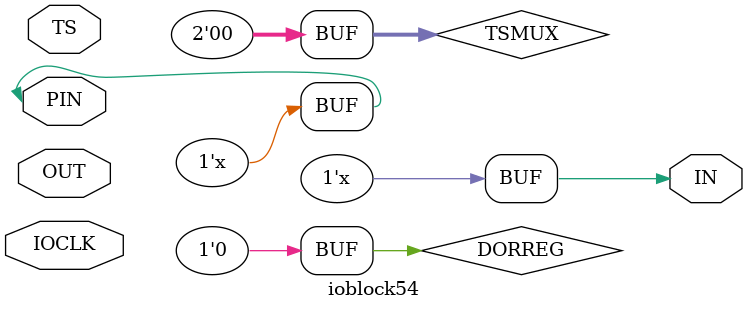
<source format=v>
module ioblock54(
	       inout  PIN,
	       input  TS,
	       input  OUT,
	       output IN,
	       input IOCLK
	       );
   
   reg 		     D;
   reg [2-1:0] 	     TSMUX;
   reg 		     DORREG;

   assign PIN = ( TSMUX == 2'b00 ) ? 1'bz : (( TSMUX == 2'b01 && TS == 1'b1 ) ? OUT : (( TSMUX == 2'b01 && TS == 1'b0 ) ? 1'bz : OUT));
   assign IN  = ( DORREG == 1'b0 ) ? PIN  : D;
   
   initial
     begin
	D=1'b0;
	TSMUX=2'b00;
	DORREG=1'b0;
     end
   
   always @(posedge IOCLK) D=PIN;
   
endmodule       

</source>
